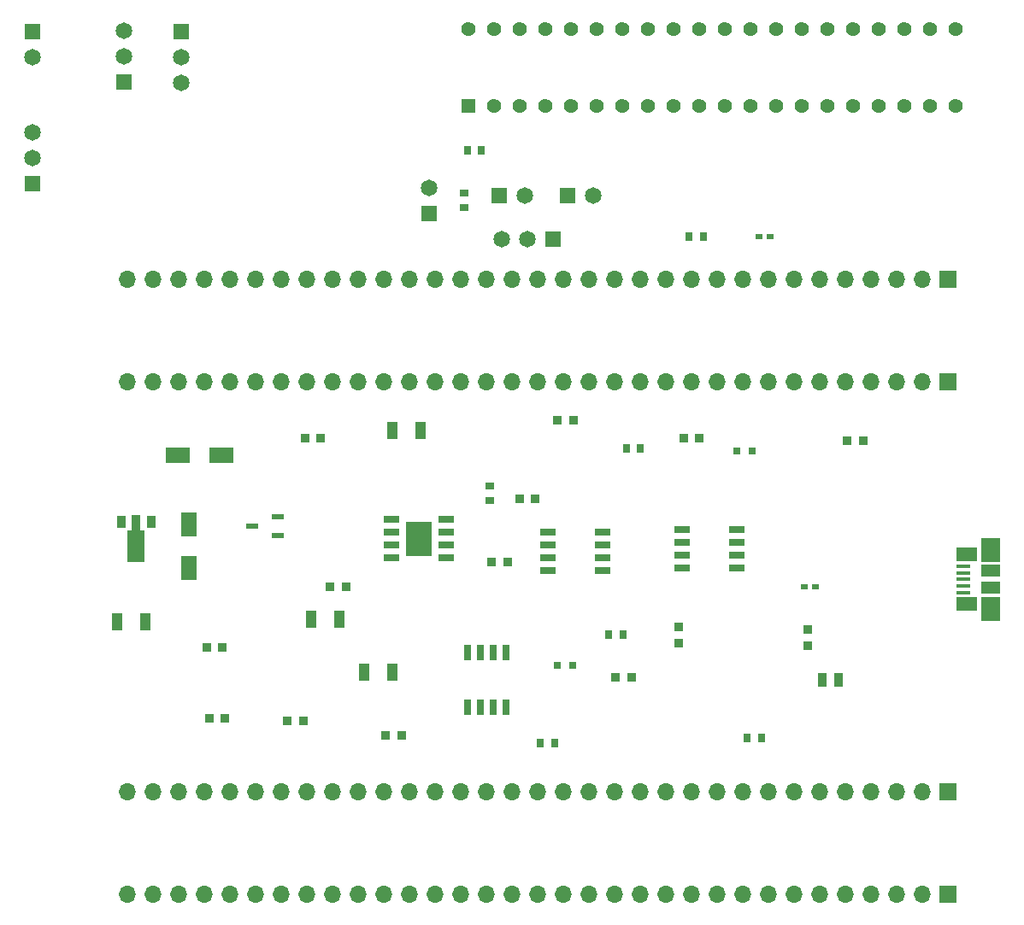
<source format=gts>
%TF.GenerationSoftware,KiCad,Pcbnew,(6.0.2)*%
%TF.CreationDate,2022-04-17T21:21:11+02:00*%
%TF.ProjectId,main,6d61696e-2e6b-4696-9361-645f70636258,rev?*%
%TF.SameCoordinates,Original*%
%TF.FileFunction,Soldermask,Top*%
%TF.FilePolarity,Negative*%
%FSLAX46Y46*%
G04 Gerber Fmt 4.6, Leading zero omitted, Abs format (unit mm)*
G04 Created by KiCad (PCBNEW (6.0.2)) date 2022-04-17 21:21:11*
%MOMM*%
%LPD*%
G01*
G04 APERTURE LIST*
G04 Aperture macros list*
%AMFreePoly0*
4,1,9,3.862500,-0.866500,0.737500,-0.866500,0.737500,-0.450000,-0.737500,-0.450000,-0.737500,0.450000,0.737500,0.450000,0.737500,0.866500,3.862500,0.866500,3.862500,-0.866500,3.862500,-0.866500,$1*%
G04 Aperture macros list end*
%ADD10R,1.650000X1.650000*%
%ADD11C,1.650000*%
%ADD12R,0.940000X0.730000*%
%ADD13R,1.050000X1.820000*%
%ADD14R,0.950000X0.900000*%
%ADD15R,1.525000X0.700000*%
%ADD16R,2.513000X3.402000*%
%ADD17R,0.900000X0.950000*%
%ADD18R,0.730000X0.940000*%
%ADD19R,1.525000X0.650000*%
%ADD20R,1.380000X0.450000*%
%ADD21R,2.100000X1.475000*%
%ADD22R,1.900000X1.175000*%
%ADD23R,1.900000X2.375000*%
%ADD24R,1.200000X0.600000*%
%ADD25R,1.550000X2.350000*%
%ADD26R,1.700000X1.700000*%
%ADD27O,1.700000X1.700000*%
%ADD28R,0.800000X0.800000*%
%ADD29R,0.750000X0.600000*%
%ADD30R,0.650000X1.525000*%
%ADD31R,0.910000X1.390000*%
%ADD32R,1.425000X1.425000*%
%ADD33C,1.425000*%
%ADD34R,2.350000X1.550000*%
%ADD35R,0.900000X1.300000*%
%ADD36FreePoly0,270.000000*%
G04 APERTURE END LIST*
D10*
X129480000Y-69000000D03*
D11*
X132020000Y-69000000D03*
D12*
X128500000Y-99210000D03*
X128500000Y-97790000D03*
D13*
X118860000Y-92250000D03*
X121640000Y-92250000D03*
D14*
X160000000Y-113550000D03*
X160000000Y-111950000D03*
D10*
X83250000Y-52750000D03*
D11*
X83250000Y-55290000D03*
D15*
X124212000Y-104905000D03*
X124212000Y-103635000D03*
X124212000Y-102365000D03*
X124212000Y-101095000D03*
X118788000Y-101095000D03*
X118788000Y-102365000D03*
X118788000Y-103635000D03*
X118788000Y-104905000D03*
D16*
X121500000Y-103000000D03*
D17*
X110200000Y-93000000D03*
X111800000Y-93000000D03*
X163950000Y-93250000D03*
X165550000Y-93250000D03*
X131450000Y-99000000D03*
X133050000Y-99000000D03*
D18*
X140290000Y-112500000D03*
X141710000Y-112500000D03*
D19*
X147538000Y-102095000D03*
X147538000Y-103365000D03*
X147538000Y-104635000D03*
X147538000Y-105905000D03*
X152962000Y-105905000D03*
X152962000Y-104635000D03*
X152962000Y-103365000D03*
X152962000Y-102095000D03*
D20*
X175440000Y-108300000D03*
X175440000Y-107650000D03*
X175440000Y-107000000D03*
X175440000Y-106350000D03*
X175440000Y-105700000D03*
D21*
X175800000Y-104547500D03*
X175800000Y-109452500D03*
D22*
X178100000Y-107837500D03*
X178100000Y-106162500D03*
D23*
X178100000Y-109912500D03*
X178100000Y-104087500D03*
D24*
X107500000Y-102700000D03*
X107500000Y-100800000D03*
X105000000Y-101750000D03*
D17*
X118200000Y-122500000D03*
X119800000Y-122500000D03*
D25*
X98750000Y-101600000D03*
X98750000Y-105900000D03*
D13*
X116110000Y-116250000D03*
X118890000Y-116250000D03*
D10*
X122500000Y-70770000D03*
D11*
X122500000Y-68230000D03*
D26*
X173870000Y-87440000D03*
D27*
X171330000Y-87440000D03*
X168790000Y-87440000D03*
X166250000Y-87440000D03*
X163710000Y-87440000D03*
X161170000Y-87440000D03*
X158630000Y-87440000D03*
X156090000Y-87440000D03*
X153550000Y-87440000D03*
X151010000Y-87440000D03*
X148470000Y-87440000D03*
X145930000Y-87440000D03*
X143390000Y-87440000D03*
X140850000Y-87440000D03*
X138310000Y-87440000D03*
X135770000Y-87440000D03*
X133230000Y-87440000D03*
X130690000Y-87440000D03*
X128150000Y-87440000D03*
X125610000Y-87440000D03*
X123070000Y-87440000D03*
X120530000Y-87440000D03*
X117990000Y-87440000D03*
X115450000Y-87440000D03*
X112910000Y-87440000D03*
X110370000Y-87440000D03*
X107830000Y-87440000D03*
X105290000Y-87440000D03*
X102750000Y-87440000D03*
X100210000Y-87440000D03*
X97670000Y-87440000D03*
X95130000Y-87440000D03*
X92590000Y-87440000D03*
D28*
X135250000Y-115500000D03*
X136750000Y-115500000D03*
D13*
X113640000Y-111000000D03*
X110860000Y-111000000D03*
D10*
X98000000Y-52710000D03*
D11*
X98000000Y-55250000D03*
X98000000Y-57790000D03*
D18*
X127710000Y-64500000D03*
X126290000Y-64500000D03*
D10*
X83250000Y-67790000D03*
D11*
X83250000Y-65250000D03*
X83250000Y-62710000D03*
D26*
X173870000Y-77280000D03*
D27*
X171330000Y-77280000D03*
X168790000Y-77280000D03*
X166250000Y-77280000D03*
X163710000Y-77280000D03*
X161170000Y-77280000D03*
X158630000Y-77280000D03*
X156090000Y-77280000D03*
X153550000Y-77280000D03*
X151010000Y-77280000D03*
X148470000Y-77280000D03*
X145930000Y-77280000D03*
X143390000Y-77280000D03*
X140850000Y-77280000D03*
X138310000Y-77280000D03*
X135770000Y-77280000D03*
X133230000Y-77280000D03*
X130690000Y-77280000D03*
X128150000Y-77280000D03*
X125610000Y-77280000D03*
X123070000Y-77280000D03*
X120530000Y-77280000D03*
X117990000Y-77280000D03*
X115450000Y-77280000D03*
X112910000Y-77280000D03*
X110370000Y-77280000D03*
X107830000Y-77280000D03*
X105290000Y-77280000D03*
X102750000Y-77280000D03*
X100210000Y-77280000D03*
X97670000Y-77280000D03*
X95130000Y-77280000D03*
X92590000Y-77280000D03*
D18*
X142040000Y-94000000D03*
X143460000Y-94000000D03*
D29*
X159700000Y-107750000D03*
X160800000Y-107750000D03*
D17*
X147700000Y-93000000D03*
X149300000Y-93000000D03*
D30*
X126345000Y-119712000D03*
X127615000Y-119712000D03*
X128885000Y-119712000D03*
X130155000Y-119712000D03*
X130155000Y-114288000D03*
X128885000Y-114288000D03*
X127615000Y-114288000D03*
X126345000Y-114288000D03*
D17*
X108450000Y-121000000D03*
X110050000Y-121000000D03*
D18*
X148290000Y-73000000D03*
X149710000Y-73000000D03*
D14*
X147250000Y-113300000D03*
X147250000Y-111700000D03*
D26*
X173870000Y-138240000D03*
D27*
X171330000Y-138240000D03*
X168790000Y-138240000D03*
X166250000Y-138240000D03*
X163710000Y-138240000D03*
X161170000Y-138240000D03*
X158630000Y-138240000D03*
X156090000Y-138240000D03*
X153550000Y-138240000D03*
X151010000Y-138240000D03*
X148470000Y-138240000D03*
X145930000Y-138240000D03*
X143390000Y-138240000D03*
X140850000Y-138240000D03*
X138310000Y-138240000D03*
X135770000Y-138240000D03*
X133230000Y-138240000D03*
X130690000Y-138240000D03*
X128150000Y-138240000D03*
X125610000Y-138240000D03*
X123070000Y-138240000D03*
X120530000Y-138240000D03*
X117990000Y-138240000D03*
X115450000Y-138240000D03*
X112910000Y-138240000D03*
X110370000Y-138240000D03*
X107830000Y-138240000D03*
X105290000Y-138240000D03*
X102750000Y-138240000D03*
X100210000Y-138240000D03*
X97670000Y-138240000D03*
X95130000Y-138240000D03*
X92590000Y-138240000D03*
D17*
X140950000Y-116750000D03*
X142550000Y-116750000D03*
D12*
X126000000Y-70170000D03*
X126000000Y-68750000D03*
D31*
X161430000Y-117000000D03*
X163070000Y-117000000D03*
D32*
X126370000Y-60060000D03*
D33*
X128910000Y-60060000D03*
X131450000Y-60060000D03*
X133990000Y-60060000D03*
X136530000Y-60060000D03*
X139070000Y-60060000D03*
X141610000Y-60060000D03*
X144150000Y-60060000D03*
X146690000Y-60060000D03*
X149230000Y-60060000D03*
X151770000Y-60060000D03*
X154310000Y-60060000D03*
X156850000Y-60060000D03*
X159390000Y-60060000D03*
X161930000Y-60060000D03*
X164470000Y-60060000D03*
X167010000Y-60060000D03*
X169550000Y-60060000D03*
X172090000Y-60060000D03*
X174630000Y-60060000D03*
X174630000Y-52440000D03*
X172090000Y-52440000D03*
X169550000Y-52440000D03*
X167010000Y-52440000D03*
X164470000Y-52440000D03*
X161930000Y-52440000D03*
X159390000Y-52440000D03*
X156850000Y-52440000D03*
X154310000Y-52440000D03*
X151770000Y-52440000D03*
X149230000Y-52440000D03*
X146690000Y-52440000D03*
X144150000Y-52440000D03*
X141610000Y-52440000D03*
X139070000Y-52440000D03*
X136530000Y-52440000D03*
X133990000Y-52440000D03*
X131450000Y-52440000D03*
X128910000Y-52440000D03*
X126370000Y-52440000D03*
D34*
X97600000Y-94750000D03*
X101900000Y-94750000D03*
D26*
X173870000Y-128080000D03*
D27*
X171330000Y-128080000D03*
X168790000Y-128080000D03*
X166250000Y-128080000D03*
X163710000Y-128080000D03*
X161170000Y-128080000D03*
X158630000Y-128080000D03*
X156090000Y-128080000D03*
X153550000Y-128080000D03*
X151010000Y-128080000D03*
X148470000Y-128080000D03*
X145930000Y-128080000D03*
X143390000Y-128080000D03*
X140850000Y-128080000D03*
X138310000Y-128080000D03*
X135770000Y-128080000D03*
X133230000Y-128080000D03*
X130690000Y-128080000D03*
X128150000Y-128080000D03*
X125610000Y-128080000D03*
X123070000Y-128080000D03*
X120530000Y-128080000D03*
X117990000Y-128080000D03*
X115450000Y-128080000D03*
X112910000Y-128080000D03*
X110370000Y-128080000D03*
X107830000Y-128080000D03*
X105290000Y-128080000D03*
X102750000Y-128080000D03*
X100210000Y-128080000D03*
X97670000Y-128080000D03*
X95130000Y-128080000D03*
X92590000Y-128080000D03*
D10*
X92250000Y-57750000D03*
D11*
X92250000Y-55210000D03*
X92250000Y-52670000D03*
D13*
X91610000Y-111250000D03*
X94390000Y-111250000D03*
D35*
X95000000Y-101350000D03*
D36*
X93500000Y-101437500D03*
D35*
X92000000Y-101350000D03*
D10*
X136230000Y-69000000D03*
D11*
X138770000Y-69000000D03*
D10*
X134790000Y-73250000D03*
D11*
X132250000Y-73250000D03*
X129710000Y-73250000D03*
D18*
X133540000Y-123250000D03*
X134960000Y-123250000D03*
D17*
X135200000Y-91250000D03*
X136800000Y-91250000D03*
X112700000Y-107750000D03*
X114300000Y-107750000D03*
D19*
X134288000Y-102345000D03*
X134288000Y-103615000D03*
X134288000Y-104885000D03*
X134288000Y-106155000D03*
X139712000Y-106155000D03*
X139712000Y-104885000D03*
X139712000Y-103615000D03*
X139712000Y-102345000D03*
D17*
X130300000Y-105250000D03*
X128700000Y-105250000D03*
X100500000Y-113750000D03*
X102000000Y-113750000D03*
D29*
X155200000Y-73000000D03*
X156300000Y-73000000D03*
D18*
X154040000Y-122750000D03*
X155460000Y-122750000D03*
D17*
X102250000Y-120750000D03*
X100750000Y-120750000D03*
D28*
X153000000Y-94250000D03*
X154500000Y-94250000D03*
M02*

</source>
